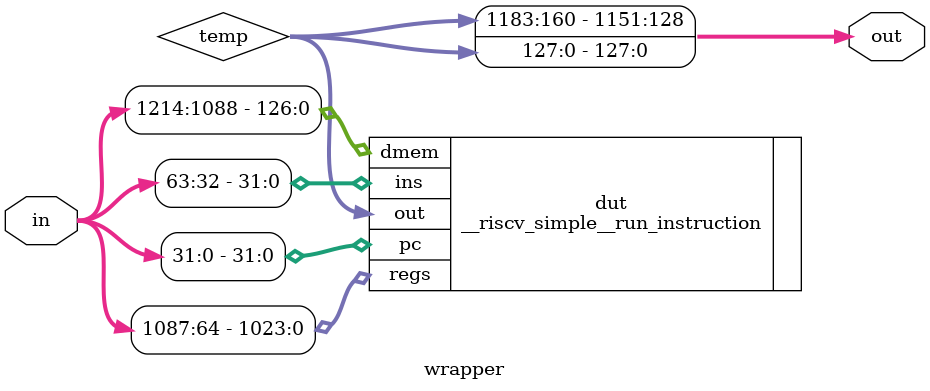
<source format=v>
module wrapper(in,out);
input wire [1215:0] in;
output wire [1151:0] out;
wire [1183:0] temp;

__riscv_simple__run_instruction dut(
.pc(in[31:0]),
.ins(in[63:32]),
.regs(in[1087:64]),
.dmem(in[1214:1088]),
.out(temp)
);
assign out = {temp[1183:160],temp[127:0]};
endmodule
</source>
